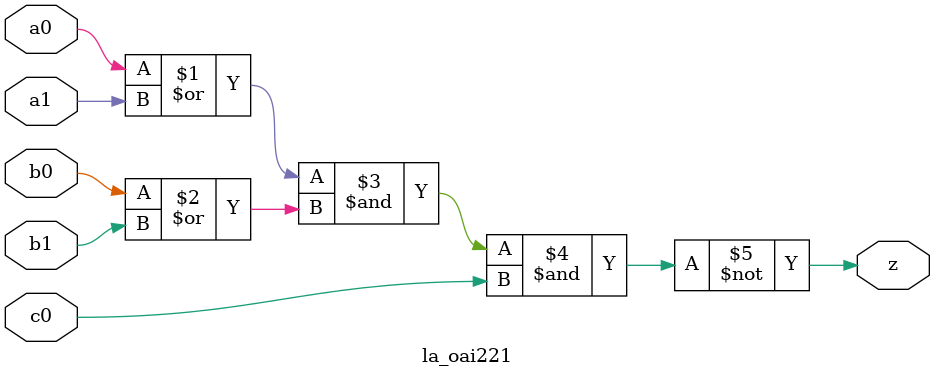
<source format=v>
module la_oai221(	// file.cleaned.mlir:2:3
  input  a0,	// file.cleaned.mlir:2:27
         a1,	// file.cleaned.mlir:2:40
         b0,	// file.cleaned.mlir:2:53
         b1,	// file.cleaned.mlir:2:66
         c0,	// file.cleaned.mlir:2:79
  output z	// file.cleaned.mlir:2:93
);

  assign z = ~((a0 | a1) & (b0 | b1) & c0);	// file.cleaned.mlir:4:10, :5:10, :6:10, :7:10, :8:5
endmodule


</source>
